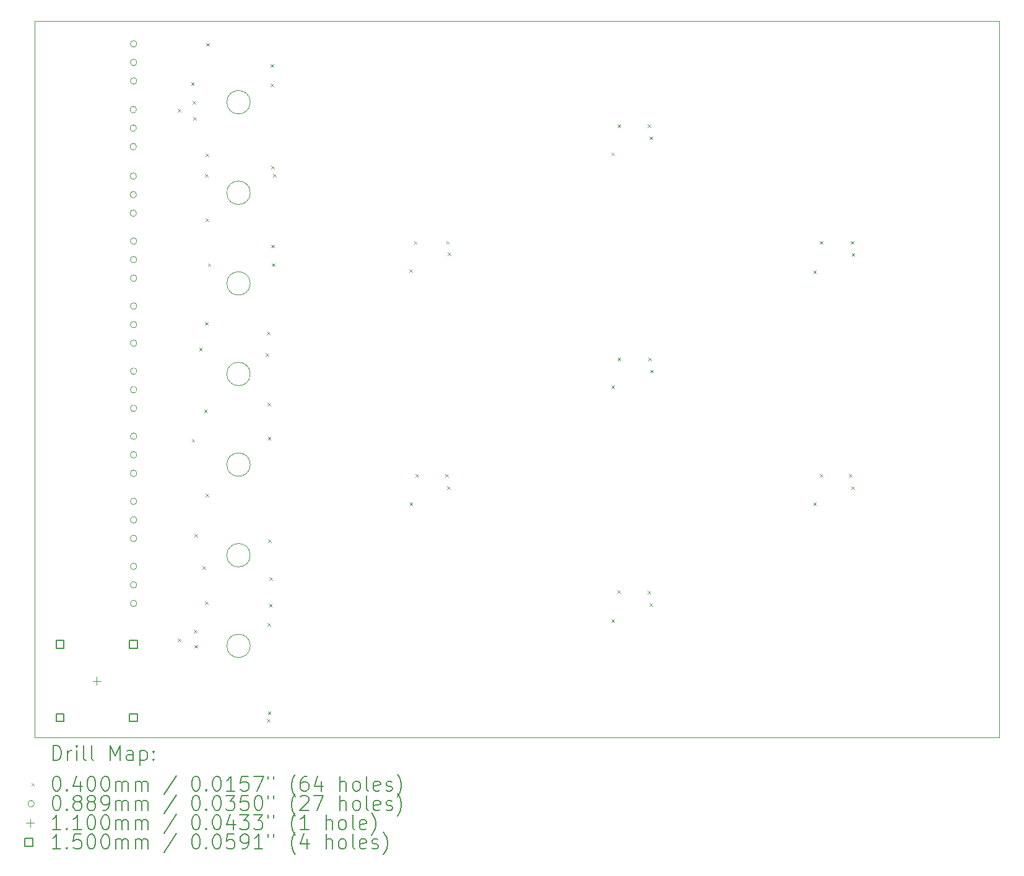
<source format=gbr>
%TF.GenerationSoftware,KiCad,Pcbnew,(6.0.8-1)-1*%
%TF.CreationDate,2023-03-28T15:46:59-04:00*%
%TF.ProjectId,Untitled,556e7469-746c-4656-942e-6b696361645f,rev?*%
%TF.SameCoordinates,Original*%
%TF.FileFunction,Drillmap*%
%TF.FilePolarity,Positive*%
%FSLAX45Y45*%
G04 Gerber Fmt 4.5, Leading zero omitted, Abs format (unit mm)*
G04 Created by KiCad (PCBNEW (6.0.8-1)-1) date 2023-03-28 15:46:59*
%MOMM*%
%LPD*%
G01*
G04 APERTURE LIST*
%ADD10C,0.100000*%
%ADD11C,0.200000*%
%ADD12C,0.040000*%
%ADD13C,0.088900*%
%ADD14C,0.110000*%
%ADD15C,0.150000*%
G04 APERTURE END LIST*
D10*
X7520000Y-5640000D02*
G75*
G03*
X7520000Y-5640000I-160000J0D01*
G01*
X7520000Y-11840000D02*
G75*
G03*
X7520000Y-11840000I-160000J0D01*
G01*
X7520000Y-10600000D02*
G75*
G03*
X7520000Y-10600000I-160000J0D01*
G01*
X4572000Y-3292000D02*
X17764000Y-3292000D01*
X17764000Y-3292000D02*
X17764000Y-13091000D01*
X17764000Y-13091000D02*
X4572000Y-13091000D01*
X4572000Y-13091000D02*
X4572000Y-3292000D01*
X7520000Y-6880000D02*
G75*
G03*
X7520000Y-6880000I-160000J0D01*
G01*
X7520000Y-8120000D02*
G75*
G03*
X7520000Y-8120000I-160000J0D01*
G01*
X7520000Y-9360000D02*
G75*
G03*
X7520000Y-9360000I-160000J0D01*
G01*
X7520000Y-4400000D02*
G75*
G03*
X7520000Y-4400000I-160000J0D01*
G01*
D11*
D12*
X6530000Y-4490000D02*
X6570000Y-4530000D01*
X6570000Y-4490000D02*
X6530000Y-4530000D01*
X6530000Y-11740000D02*
X6570000Y-11780000D01*
X6570000Y-11740000D02*
X6530000Y-11780000D01*
X6710000Y-4130000D02*
X6750000Y-4170000D01*
X6750000Y-4130000D02*
X6710000Y-4170000D01*
X6720000Y-9010000D02*
X6760000Y-9050000D01*
X6760000Y-9010000D02*
X6720000Y-9050000D01*
X6730000Y-4380000D02*
X6770000Y-4420000D01*
X6770000Y-4380000D02*
X6730000Y-4420000D01*
X6740000Y-4600000D02*
X6780000Y-4640000D01*
X6780000Y-4600000D02*
X6740000Y-4640000D01*
X6750000Y-11620000D02*
X6790000Y-11660000D01*
X6790000Y-11620000D02*
X6750000Y-11660000D01*
X6760000Y-10310000D02*
X6800000Y-10350000D01*
X6800000Y-10310000D02*
X6760000Y-10350000D01*
X6760000Y-11830000D02*
X6800000Y-11870000D01*
X6800000Y-11830000D02*
X6760000Y-11870000D01*
X6820000Y-7760000D02*
X6860000Y-7800000D01*
X6860000Y-7760000D02*
X6820000Y-7800000D01*
X6870000Y-10750000D02*
X6910000Y-10790000D01*
X6910000Y-10750000D02*
X6870000Y-10790000D01*
X6890000Y-8610000D02*
X6930000Y-8650000D01*
X6930000Y-8610000D02*
X6890000Y-8650000D01*
X6900000Y-5380000D02*
X6940000Y-5420000D01*
X6940000Y-5380000D02*
X6900000Y-5420000D01*
X6900000Y-7410000D02*
X6940000Y-7450000D01*
X6940000Y-7410000D02*
X6900000Y-7450000D01*
X6900000Y-11230000D02*
X6940000Y-11270000D01*
X6940000Y-11230000D02*
X6900000Y-11270000D01*
X6910000Y-5100000D02*
X6950000Y-5140000D01*
X6950000Y-5100000D02*
X6910000Y-5140000D01*
X6910000Y-5990000D02*
X6950000Y-6030000D01*
X6950000Y-5990000D02*
X6910000Y-6030000D01*
X6910000Y-9760000D02*
X6950000Y-9800000D01*
X6950000Y-9760000D02*
X6910000Y-9800000D01*
X6920000Y-3590000D02*
X6960000Y-3630000D01*
X6960000Y-3590000D02*
X6920000Y-3630000D01*
X6940000Y-6605179D02*
X6980000Y-6645179D01*
X6980000Y-6605179D02*
X6940000Y-6645179D01*
X7734107Y-7835893D02*
X7774107Y-7875893D01*
X7774107Y-7835893D02*
X7734107Y-7875893D01*
X7750000Y-7540000D02*
X7790000Y-7580000D01*
X7790000Y-7540000D02*
X7750000Y-7580000D01*
X7750000Y-12840000D02*
X7790000Y-12880000D01*
X7790000Y-12840000D02*
X7750000Y-12880000D01*
X7754011Y-8515989D02*
X7794011Y-8555989D01*
X7794011Y-8515989D02*
X7754011Y-8555989D01*
X7759000Y-11531000D02*
X7799000Y-11571000D01*
X7799000Y-11531000D02*
X7759000Y-11571000D01*
X7760000Y-8980000D02*
X7800000Y-9020000D01*
X7800000Y-8980000D02*
X7760000Y-9020000D01*
X7760000Y-12740000D02*
X7800000Y-12780000D01*
X7800000Y-12740000D02*
X7760000Y-12780000D01*
X7765000Y-10385000D02*
X7805000Y-10425000D01*
X7805000Y-10385000D02*
X7765000Y-10425000D01*
X7776965Y-11263035D02*
X7816965Y-11303035D01*
X7816965Y-11263035D02*
X7776965Y-11303035D01*
X7780000Y-10900000D02*
X7820000Y-10940000D01*
X7820000Y-10900000D02*
X7780000Y-10940000D01*
X7797000Y-4143000D02*
X7837000Y-4183000D01*
X7837000Y-4143000D02*
X7797000Y-4183000D01*
X7800000Y-3880000D02*
X7840000Y-3920000D01*
X7840000Y-3880000D02*
X7800000Y-3920000D01*
X7808821Y-6351179D02*
X7848821Y-6391179D01*
X7848821Y-6351179D02*
X7808821Y-6391179D01*
X7810000Y-5270000D02*
X7850000Y-5310000D01*
X7850000Y-5270000D02*
X7810000Y-5310000D01*
X7814821Y-6605179D02*
X7854821Y-6645179D01*
X7854821Y-6605179D02*
X7814821Y-6645179D01*
X7830000Y-5380000D02*
X7870000Y-5420000D01*
X7870000Y-5380000D02*
X7830000Y-5420000D01*
X9694000Y-6686000D02*
X9734000Y-6726000D01*
X9734000Y-6686000D02*
X9694000Y-6726000D01*
X9700000Y-9880000D02*
X9740000Y-9920000D01*
X9740000Y-9880000D02*
X9700000Y-9920000D01*
X9760000Y-6300000D02*
X9800000Y-6340000D01*
X9800000Y-6300000D02*
X9760000Y-6340000D01*
X9779000Y-9491000D02*
X9819000Y-9531000D01*
X9819000Y-9491000D02*
X9779000Y-9531000D01*
X10189000Y-9491000D02*
X10229000Y-9531000D01*
X10229000Y-9491000D02*
X10189000Y-9531000D01*
X10200000Y-6300000D02*
X10240000Y-6340000D01*
X10240000Y-6300000D02*
X10200000Y-6340000D01*
X10213000Y-9657000D02*
X10253000Y-9697000D01*
X10253000Y-9657000D02*
X10213000Y-9697000D01*
X10220000Y-6460000D02*
X10260000Y-6500000D01*
X10260000Y-6460000D02*
X10220000Y-6500000D01*
X12460000Y-5090000D02*
X12500000Y-5130000D01*
X12500000Y-5090000D02*
X12460000Y-5130000D01*
X12460000Y-8280000D02*
X12500000Y-8320000D01*
X12500000Y-8280000D02*
X12460000Y-8320000D01*
X12460000Y-11480000D02*
X12500000Y-11520000D01*
X12500000Y-11480000D02*
X12460000Y-11520000D01*
X12540000Y-11080000D02*
X12580000Y-11120000D01*
X12580000Y-11080000D02*
X12540000Y-11120000D01*
X12544000Y-7896000D02*
X12584000Y-7936000D01*
X12584000Y-7896000D02*
X12544000Y-7936000D01*
X12545000Y-4705000D02*
X12585000Y-4745000D01*
X12585000Y-4705000D02*
X12545000Y-4745000D01*
X12953000Y-11087000D02*
X12993000Y-11127000D01*
X12993000Y-11087000D02*
X12953000Y-11127000D01*
X12955000Y-4705000D02*
X12995000Y-4745000D01*
X12995000Y-4705000D02*
X12955000Y-4745000D01*
X12964000Y-7896000D02*
X13004000Y-7936000D01*
X13004000Y-7896000D02*
X12964000Y-7936000D01*
X12980000Y-4870000D02*
X13020000Y-4910000D01*
X13020000Y-4870000D02*
X12980000Y-4910000D01*
X12980000Y-11260000D02*
X13020000Y-11300000D01*
X13020000Y-11260000D02*
X12980000Y-11300000D01*
X12988000Y-8062000D02*
X13028000Y-8102000D01*
X13028000Y-8062000D02*
X12988000Y-8102000D01*
X15220000Y-6700000D02*
X15260000Y-6740000D01*
X15260000Y-6700000D02*
X15220000Y-6740000D01*
X15220000Y-9880000D02*
X15260000Y-9920000D01*
X15260000Y-9880000D02*
X15220000Y-9920000D01*
X15309000Y-9491000D02*
X15349000Y-9531000D01*
X15349000Y-9491000D02*
X15309000Y-9531000D01*
X15310000Y-6300000D02*
X15350000Y-6340000D01*
X15350000Y-6300000D02*
X15310000Y-6340000D01*
X15709000Y-9491000D02*
X15749000Y-9531000D01*
X15749000Y-9491000D02*
X15709000Y-9531000D01*
X15730000Y-6300000D02*
X15770000Y-6340000D01*
X15770000Y-6300000D02*
X15730000Y-6340000D01*
X15743000Y-9657000D02*
X15783000Y-9697000D01*
X15783000Y-9657000D02*
X15743000Y-9697000D01*
X15744000Y-6466000D02*
X15784000Y-6506000D01*
X15784000Y-6466000D02*
X15744000Y-6506000D01*
D13*
X5964450Y-4500000D02*
G75*
G03*
X5964450Y-4500000I-44450J0D01*
G01*
X5964450Y-4754000D02*
G75*
G03*
X5964450Y-4754000I-44450J0D01*
G01*
X5964450Y-5008000D02*
G75*
G03*
X5964450Y-5008000I-44450J0D01*
G01*
X5964450Y-5412000D02*
G75*
G03*
X5964450Y-5412000I-44450J0D01*
G01*
X5964450Y-5666000D02*
G75*
G03*
X5964450Y-5666000I-44450J0D01*
G01*
X5964450Y-5920000D02*
G75*
G03*
X5964450Y-5920000I-44450J0D01*
G01*
X5969460Y-3602000D02*
G75*
G03*
X5969460Y-3602000I-44450J0D01*
G01*
X5969460Y-3856000D02*
G75*
G03*
X5969460Y-3856000I-44450J0D01*
G01*
X5969460Y-4110000D02*
G75*
G03*
X5969460Y-4110000I-44450J0D01*
G01*
X5969460Y-6301250D02*
G75*
G03*
X5969460Y-6301250I-44450J0D01*
G01*
X5969460Y-6555250D02*
G75*
G03*
X5969460Y-6555250I-44450J0D01*
G01*
X5969460Y-6809250D02*
G75*
G03*
X5969460Y-6809250I-44450J0D01*
G01*
X5969460Y-7190750D02*
G75*
G03*
X5969460Y-7190750I-44450J0D01*
G01*
X5969460Y-7444750D02*
G75*
G03*
X5969460Y-7444750I-44450J0D01*
G01*
X5969460Y-7698750D02*
G75*
G03*
X5969460Y-7698750I-44450J0D01*
G01*
X5969460Y-8081250D02*
G75*
G03*
X5969460Y-8081250I-44450J0D01*
G01*
X5969460Y-8335250D02*
G75*
G03*
X5969460Y-8335250I-44450J0D01*
G01*
X5969460Y-8589250D02*
G75*
G03*
X5969460Y-8589250I-44450J0D01*
G01*
X5969460Y-8970750D02*
G75*
G03*
X5969460Y-8970750I-44450J0D01*
G01*
X5969460Y-9224750D02*
G75*
G03*
X5969460Y-9224750I-44450J0D01*
G01*
X5969460Y-9478750D02*
G75*
G03*
X5969460Y-9478750I-44450J0D01*
G01*
X5969460Y-9861250D02*
G75*
G03*
X5969460Y-9861250I-44450J0D01*
G01*
X5969460Y-10115250D02*
G75*
G03*
X5969460Y-10115250I-44450J0D01*
G01*
X5969460Y-10369250D02*
G75*
G03*
X5969460Y-10369250I-44450J0D01*
G01*
X5969460Y-10750750D02*
G75*
G03*
X5969460Y-10750750I-44450J0D01*
G01*
X5969460Y-11004750D02*
G75*
G03*
X5969460Y-11004750I-44450J0D01*
G01*
X5969460Y-11258750D02*
G75*
G03*
X5969460Y-11258750I-44450J0D01*
G01*
D14*
X5420000Y-12265000D02*
X5420000Y-12375000D01*
X5365000Y-12320000D02*
X5475000Y-12320000D01*
D15*
X4970534Y-11870533D02*
X4970534Y-11764466D01*
X4864467Y-11764466D01*
X4864467Y-11870533D01*
X4970534Y-11870533D01*
X4970534Y-12875533D02*
X4970534Y-12769466D01*
X4864467Y-12769466D01*
X4864467Y-12875533D01*
X4970534Y-12875533D01*
X5975533Y-11870533D02*
X5975533Y-11764466D01*
X5869466Y-11764466D01*
X5869466Y-11870533D01*
X5975533Y-11870533D01*
X5975533Y-12875533D02*
X5975533Y-12769466D01*
X5869466Y-12769466D01*
X5869466Y-12875533D01*
X5975533Y-12875533D01*
D11*
X4824619Y-13406476D02*
X4824619Y-13206476D01*
X4872238Y-13206476D01*
X4900810Y-13216000D01*
X4919857Y-13235048D01*
X4929381Y-13254095D01*
X4938905Y-13292190D01*
X4938905Y-13320762D01*
X4929381Y-13358857D01*
X4919857Y-13377905D01*
X4900810Y-13396952D01*
X4872238Y-13406476D01*
X4824619Y-13406476D01*
X5024619Y-13406476D02*
X5024619Y-13273143D01*
X5024619Y-13311238D02*
X5034143Y-13292190D01*
X5043667Y-13282667D01*
X5062714Y-13273143D01*
X5081762Y-13273143D01*
X5148429Y-13406476D02*
X5148429Y-13273143D01*
X5148429Y-13206476D02*
X5138905Y-13216000D01*
X5148429Y-13225524D01*
X5157952Y-13216000D01*
X5148429Y-13206476D01*
X5148429Y-13225524D01*
X5272238Y-13406476D02*
X5253190Y-13396952D01*
X5243667Y-13377905D01*
X5243667Y-13206476D01*
X5377000Y-13406476D02*
X5357952Y-13396952D01*
X5348429Y-13377905D01*
X5348429Y-13206476D01*
X5605571Y-13406476D02*
X5605571Y-13206476D01*
X5672238Y-13349333D01*
X5738905Y-13206476D01*
X5738905Y-13406476D01*
X5919857Y-13406476D02*
X5919857Y-13301714D01*
X5910333Y-13282667D01*
X5891286Y-13273143D01*
X5853190Y-13273143D01*
X5834143Y-13282667D01*
X5919857Y-13396952D02*
X5900809Y-13406476D01*
X5853190Y-13406476D01*
X5834143Y-13396952D01*
X5824619Y-13377905D01*
X5824619Y-13358857D01*
X5834143Y-13339809D01*
X5853190Y-13330286D01*
X5900809Y-13330286D01*
X5919857Y-13320762D01*
X6015095Y-13273143D02*
X6015095Y-13473143D01*
X6015095Y-13282667D02*
X6034143Y-13273143D01*
X6072238Y-13273143D01*
X6091286Y-13282667D01*
X6100809Y-13292190D01*
X6110333Y-13311238D01*
X6110333Y-13368381D01*
X6100809Y-13387428D01*
X6091286Y-13396952D01*
X6072238Y-13406476D01*
X6034143Y-13406476D01*
X6015095Y-13396952D01*
X6196048Y-13387428D02*
X6205571Y-13396952D01*
X6196048Y-13406476D01*
X6186524Y-13396952D01*
X6196048Y-13387428D01*
X6196048Y-13406476D01*
X6196048Y-13282667D02*
X6205571Y-13292190D01*
X6196048Y-13301714D01*
X6186524Y-13292190D01*
X6196048Y-13282667D01*
X6196048Y-13301714D01*
D12*
X4527000Y-13716000D02*
X4567000Y-13756000D01*
X4567000Y-13716000D02*
X4527000Y-13756000D01*
D11*
X4862714Y-13626476D02*
X4881762Y-13626476D01*
X4900810Y-13636000D01*
X4910333Y-13645524D01*
X4919857Y-13664571D01*
X4929381Y-13702667D01*
X4929381Y-13750286D01*
X4919857Y-13788381D01*
X4910333Y-13807428D01*
X4900810Y-13816952D01*
X4881762Y-13826476D01*
X4862714Y-13826476D01*
X4843667Y-13816952D01*
X4834143Y-13807428D01*
X4824619Y-13788381D01*
X4815095Y-13750286D01*
X4815095Y-13702667D01*
X4824619Y-13664571D01*
X4834143Y-13645524D01*
X4843667Y-13636000D01*
X4862714Y-13626476D01*
X5015095Y-13807428D02*
X5024619Y-13816952D01*
X5015095Y-13826476D01*
X5005571Y-13816952D01*
X5015095Y-13807428D01*
X5015095Y-13826476D01*
X5196048Y-13693143D02*
X5196048Y-13826476D01*
X5148429Y-13616952D02*
X5100810Y-13759809D01*
X5224619Y-13759809D01*
X5338905Y-13626476D02*
X5357952Y-13626476D01*
X5377000Y-13636000D01*
X5386524Y-13645524D01*
X5396048Y-13664571D01*
X5405571Y-13702667D01*
X5405571Y-13750286D01*
X5396048Y-13788381D01*
X5386524Y-13807428D01*
X5377000Y-13816952D01*
X5357952Y-13826476D01*
X5338905Y-13826476D01*
X5319857Y-13816952D01*
X5310333Y-13807428D01*
X5300810Y-13788381D01*
X5291286Y-13750286D01*
X5291286Y-13702667D01*
X5300810Y-13664571D01*
X5310333Y-13645524D01*
X5319857Y-13636000D01*
X5338905Y-13626476D01*
X5529381Y-13626476D02*
X5548429Y-13626476D01*
X5567476Y-13636000D01*
X5577000Y-13645524D01*
X5586524Y-13664571D01*
X5596048Y-13702667D01*
X5596048Y-13750286D01*
X5586524Y-13788381D01*
X5577000Y-13807428D01*
X5567476Y-13816952D01*
X5548429Y-13826476D01*
X5529381Y-13826476D01*
X5510333Y-13816952D01*
X5500810Y-13807428D01*
X5491286Y-13788381D01*
X5481762Y-13750286D01*
X5481762Y-13702667D01*
X5491286Y-13664571D01*
X5500810Y-13645524D01*
X5510333Y-13636000D01*
X5529381Y-13626476D01*
X5681762Y-13826476D02*
X5681762Y-13693143D01*
X5681762Y-13712190D02*
X5691286Y-13702667D01*
X5710333Y-13693143D01*
X5738905Y-13693143D01*
X5757952Y-13702667D01*
X5767476Y-13721714D01*
X5767476Y-13826476D01*
X5767476Y-13721714D02*
X5777000Y-13702667D01*
X5796048Y-13693143D01*
X5824619Y-13693143D01*
X5843667Y-13702667D01*
X5853190Y-13721714D01*
X5853190Y-13826476D01*
X5948428Y-13826476D02*
X5948428Y-13693143D01*
X5948428Y-13712190D02*
X5957952Y-13702667D01*
X5977000Y-13693143D01*
X6005571Y-13693143D01*
X6024619Y-13702667D01*
X6034143Y-13721714D01*
X6034143Y-13826476D01*
X6034143Y-13721714D02*
X6043667Y-13702667D01*
X6062714Y-13693143D01*
X6091286Y-13693143D01*
X6110333Y-13702667D01*
X6119857Y-13721714D01*
X6119857Y-13826476D01*
X6510333Y-13616952D02*
X6338905Y-13874095D01*
X6767476Y-13626476D02*
X6786524Y-13626476D01*
X6805571Y-13636000D01*
X6815095Y-13645524D01*
X6824619Y-13664571D01*
X6834143Y-13702667D01*
X6834143Y-13750286D01*
X6824619Y-13788381D01*
X6815095Y-13807428D01*
X6805571Y-13816952D01*
X6786524Y-13826476D01*
X6767476Y-13826476D01*
X6748428Y-13816952D01*
X6738905Y-13807428D01*
X6729381Y-13788381D01*
X6719857Y-13750286D01*
X6719857Y-13702667D01*
X6729381Y-13664571D01*
X6738905Y-13645524D01*
X6748428Y-13636000D01*
X6767476Y-13626476D01*
X6919857Y-13807428D02*
X6929381Y-13816952D01*
X6919857Y-13826476D01*
X6910333Y-13816952D01*
X6919857Y-13807428D01*
X6919857Y-13826476D01*
X7053190Y-13626476D02*
X7072238Y-13626476D01*
X7091286Y-13636000D01*
X7100809Y-13645524D01*
X7110333Y-13664571D01*
X7119857Y-13702667D01*
X7119857Y-13750286D01*
X7110333Y-13788381D01*
X7100809Y-13807428D01*
X7091286Y-13816952D01*
X7072238Y-13826476D01*
X7053190Y-13826476D01*
X7034143Y-13816952D01*
X7024619Y-13807428D01*
X7015095Y-13788381D01*
X7005571Y-13750286D01*
X7005571Y-13702667D01*
X7015095Y-13664571D01*
X7024619Y-13645524D01*
X7034143Y-13636000D01*
X7053190Y-13626476D01*
X7310333Y-13826476D02*
X7196048Y-13826476D01*
X7253190Y-13826476D02*
X7253190Y-13626476D01*
X7234143Y-13655048D01*
X7215095Y-13674095D01*
X7196048Y-13683619D01*
X7491286Y-13626476D02*
X7396048Y-13626476D01*
X7386524Y-13721714D01*
X7396048Y-13712190D01*
X7415095Y-13702667D01*
X7462714Y-13702667D01*
X7481762Y-13712190D01*
X7491286Y-13721714D01*
X7500809Y-13740762D01*
X7500809Y-13788381D01*
X7491286Y-13807428D01*
X7481762Y-13816952D01*
X7462714Y-13826476D01*
X7415095Y-13826476D01*
X7396048Y-13816952D01*
X7386524Y-13807428D01*
X7567476Y-13626476D02*
X7700809Y-13626476D01*
X7615095Y-13826476D01*
X7767476Y-13626476D02*
X7767476Y-13664571D01*
X7843667Y-13626476D02*
X7843667Y-13664571D01*
X8138905Y-13902667D02*
X8129381Y-13893143D01*
X8110333Y-13864571D01*
X8100809Y-13845524D01*
X8091286Y-13816952D01*
X8081762Y-13769333D01*
X8081762Y-13731238D01*
X8091286Y-13683619D01*
X8100809Y-13655048D01*
X8110333Y-13636000D01*
X8129381Y-13607428D01*
X8138905Y-13597905D01*
X8300809Y-13626476D02*
X8262714Y-13626476D01*
X8243667Y-13636000D01*
X8234143Y-13645524D01*
X8215095Y-13674095D01*
X8205571Y-13712190D01*
X8205571Y-13788381D01*
X8215095Y-13807428D01*
X8224619Y-13816952D01*
X8243667Y-13826476D01*
X8281762Y-13826476D01*
X8300809Y-13816952D01*
X8310333Y-13807428D01*
X8319857Y-13788381D01*
X8319857Y-13740762D01*
X8310333Y-13721714D01*
X8300809Y-13712190D01*
X8281762Y-13702667D01*
X8243667Y-13702667D01*
X8224619Y-13712190D01*
X8215095Y-13721714D01*
X8205571Y-13740762D01*
X8491286Y-13693143D02*
X8491286Y-13826476D01*
X8443667Y-13616952D02*
X8396048Y-13759809D01*
X8519857Y-13759809D01*
X8748429Y-13826476D02*
X8748429Y-13626476D01*
X8834143Y-13826476D02*
X8834143Y-13721714D01*
X8824619Y-13702667D01*
X8805571Y-13693143D01*
X8777000Y-13693143D01*
X8757952Y-13702667D01*
X8748429Y-13712190D01*
X8957952Y-13826476D02*
X8938905Y-13816952D01*
X8929381Y-13807428D01*
X8919857Y-13788381D01*
X8919857Y-13731238D01*
X8929381Y-13712190D01*
X8938905Y-13702667D01*
X8957952Y-13693143D01*
X8986524Y-13693143D01*
X9005571Y-13702667D01*
X9015095Y-13712190D01*
X9024619Y-13731238D01*
X9024619Y-13788381D01*
X9015095Y-13807428D01*
X9005571Y-13816952D01*
X8986524Y-13826476D01*
X8957952Y-13826476D01*
X9138905Y-13826476D02*
X9119857Y-13816952D01*
X9110333Y-13797905D01*
X9110333Y-13626476D01*
X9291286Y-13816952D02*
X9272238Y-13826476D01*
X9234143Y-13826476D01*
X9215095Y-13816952D01*
X9205571Y-13797905D01*
X9205571Y-13721714D01*
X9215095Y-13702667D01*
X9234143Y-13693143D01*
X9272238Y-13693143D01*
X9291286Y-13702667D01*
X9300810Y-13721714D01*
X9300810Y-13740762D01*
X9205571Y-13759809D01*
X9377000Y-13816952D02*
X9396048Y-13826476D01*
X9434143Y-13826476D01*
X9453190Y-13816952D01*
X9462714Y-13797905D01*
X9462714Y-13788381D01*
X9453190Y-13769333D01*
X9434143Y-13759809D01*
X9405571Y-13759809D01*
X9386524Y-13750286D01*
X9377000Y-13731238D01*
X9377000Y-13721714D01*
X9386524Y-13702667D01*
X9405571Y-13693143D01*
X9434143Y-13693143D01*
X9453190Y-13702667D01*
X9529381Y-13902667D02*
X9538905Y-13893143D01*
X9557952Y-13864571D01*
X9567476Y-13845524D01*
X9577000Y-13816952D01*
X9586524Y-13769333D01*
X9586524Y-13731238D01*
X9577000Y-13683619D01*
X9567476Y-13655048D01*
X9557952Y-13636000D01*
X9538905Y-13607428D01*
X9529381Y-13597905D01*
D13*
X4567000Y-14000000D02*
G75*
G03*
X4567000Y-14000000I-44450J0D01*
G01*
D11*
X4862714Y-13890476D02*
X4881762Y-13890476D01*
X4900810Y-13900000D01*
X4910333Y-13909524D01*
X4919857Y-13928571D01*
X4929381Y-13966667D01*
X4929381Y-14014286D01*
X4919857Y-14052381D01*
X4910333Y-14071428D01*
X4900810Y-14080952D01*
X4881762Y-14090476D01*
X4862714Y-14090476D01*
X4843667Y-14080952D01*
X4834143Y-14071428D01*
X4824619Y-14052381D01*
X4815095Y-14014286D01*
X4815095Y-13966667D01*
X4824619Y-13928571D01*
X4834143Y-13909524D01*
X4843667Y-13900000D01*
X4862714Y-13890476D01*
X5015095Y-14071428D02*
X5024619Y-14080952D01*
X5015095Y-14090476D01*
X5005571Y-14080952D01*
X5015095Y-14071428D01*
X5015095Y-14090476D01*
X5138905Y-13976190D02*
X5119857Y-13966667D01*
X5110333Y-13957143D01*
X5100810Y-13938095D01*
X5100810Y-13928571D01*
X5110333Y-13909524D01*
X5119857Y-13900000D01*
X5138905Y-13890476D01*
X5177000Y-13890476D01*
X5196048Y-13900000D01*
X5205571Y-13909524D01*
X5215095Y-13928571D01*
X5215095Y-13938095D01*
X5205571Y-13957143D01*
X5196048Y-13966667D01*
X5177000Y-13976190D01*
X5138905Y-13976190D01*
X5119857Y-13985714D01*
X5110333Y-13995238D01*
X5100810Y-14014286D01*
X5100810Y-14052381D01*
X5110333Y-14071428D01*
X5119857Y-14080952D01*
X5138905Y-14090476D01*
X5177000Y-14090476D01*
X5196048Y-14080952D01*
X5205571Y-14071428D01*
X5215095Y-14052381D01*
X5215095Y-14014286D01*
X5205571Y-13995238D01*
X5196048Y-13985714D01*
X5177000Y-13976190D01*
X5329381Y-13976190D02*
X5310333Y-13966667D01*
X5300810Y-13957143D01*
X5291286Y-13938095D01*
X5291286Y-13928571D01*
X5300810Y-13909524D01*
X5310333Y-13900000D01*
X5329381Y-13890476D01*
X5367476Y-13890476D01*
X5386524Y-13900000D01*
X5396048Y-13909524D01*
X5405571Y-13928571D01*
X5405571Y-13938095D01*
X5396048Y-13957143D01*
X5386524Y-13966667D01*
X5367476Y-13976190D01*
X5329381Y-13976190D01*
X5310333Y-13985714D01*
X5300810Y-13995238D01*
X5291286Y-14014286D01*
X5291286Y-14052381D01*
X5300810Y-14071428D01*
X5310333Y-14080952D01*
X5329381Y-14090476D01*
X5367476Y-14090476D01*
X5386524Y-14080952D01*
X5396048Y-14071428D01*
X5405571Y-14052381D01*
X5405571Y-14014286D01*
X5396048Y-13995238D01*
X5386524Y-13985714D01*
X5367476Y-13976190D01*
X5500810Y-14090476D02*
X5538905Y-14090476D01*
X5557952Y-14080952D01*
X5567476Y-14071428D01*
X5586524Y-14042857D01*
X5596048Y-14004762D01*
X5596048Y-13928571D01*
X5586524Y-13909524D01*
X5577000Y-13900000D01*
X5557952Y-13890476D01*
X5519857Y-13890476D01*
X5500810Y-13900000D01*
X5491286Y-13909524D01*
X5481762Y-13928571D01*
X5481762Y-13976190D01*
X5491286Y-13995238D01*
X5500810Y-14004762D01*
X5519857Y-14014286D01*
X5557952Y-14014286D01*
X5577000Y-14004762D01*
X5586524Y-13995238D01*
X5596048Y-13976190D01*
X5681762Y-14090476D02*
X5681762Y-13957143D01*
X5681762Y-13976190D02*
X5691286Y-13966667D01*
X5710333Y-13957143D01*
X5738905Y-13957143D01*
X5757952Y-13966667D01*
X5767476Y-13985714D01*
X5767476Y-14090476D01*
X5767476Y-13985714D02*
X5777000Y-13966667D01*
X5796048Y-13957143D01*
X5824619Y-13957143D01*
X5843667Y-13966667D01*
X5853190Y-13985714D01*
X5853190Y-14090476D01*
X5948428Y-14090476D02*
X5948428Y-13957143D01*
X5948428Y-13976190D02*
X5957952Y-13966667D01*
X5977000Y-13957143D01*
X6005571Y-13957143D01*
X6024619Y-13966667D01*
X6034143Y-13985714D01*
X6034143Y-14090476D01*
X6034143Y-13985714D02*
X6043667Y-13966667D01*
X6062714Y-13957143D01*
X6091286Y-13957143D01*
X6110333Y-13966667D01*
X6119857Y-13985714D01*
X6119857Y-14090476D01*
X6510333Y-13880952D02*
X6338905Y-14138095D01*
X6767476Y-13890476D02*
X6786524Y-13890476D01*
X6805571Y-13900000D01*
X6815095Y-13909524D01*
X6824619Y-13928571D01*
X6834143Y-13966667D01*
X6834143Y-14014286D01*
X6824619Y-14052381D01*
X6815095Y-14071428D01*
X6805571Y-14080952D01*
X6786524Y-14090476D01*
X6767476Y-14090476D01*
X6748428Y-14080952D01*
X6738905Y-14071428D01*
X6729381Y-14052381D01*
X6719857Y-14014286D01*
X6719857Y-13966667D01*
X6729381Y-13928571D01*
X6738905Y-13909524D01*
X6748428Y-13900000D01*
X6767476Y-13890476D01*
X6919857Y-14071428D02*
X6929381Y-14080952D01*
X6919857Y-14090476D01*
X6910333Y-14080952D01*
X6919857Y-14071428D01*
X6919857Y-14090476D01*
X7053190Y-13890476D02*
X7072238Y-13890476D01*
X7091286Y-13900000D01*
X7100809Y-13909524D01*
X7110333Y-13928571D01*
X7119857Y-13966667D01*
X7119857Y-14014286D01*
X7110333Y-14052381D01*
X7100809Y-14071428D01*
X7091286Y-14080952D01*
X7072238Y-14090476D01*
X7053190Y-14090476D01*
X7034143Y-14080952D01*
X7024619Y-14071428D01*
X7015095Y-14052381D01*
X7005571Y-14014286D01*
X7005571Y-13966667D01*
X7015095Y-13928571D01*
X7024619Y-13909524D01*
X7034143Y-13900000D01*
X7053190Y-13890476D01*
X7186524Y-13890476D02*
X7310333Y-13890476D01*
X7243667Y-13966667D01*
X7272238Y-13966667D01*
X7291286Y-13976190D01*
X7300809Y-13985714D01*
X7310333Y-14004762D01*
X7310333Y-14052381D01*
X7300809Y-14071428D01*
X7291286Y-14080952D01*
X7272238Y-14090476D01*
X7215095Y-14090476D01*
X7196048Y-14080952D01*
X7186524Y-14071428D01*
X7491286Y-13890476D02*
X7396048Y-13890476D01*
X7386524Y-13985714D01*
X7396048Y-13976190D01*
X7415095Y-13966667D01*
X7462714Y-13966667D01*
X7481762Y-13976190D01*
X7491286Y-13985714D01*
X7500809Y-14004762D01*
X7500809Y-14052381D01*
X7491286Y-14071428D01*
X7481762Y-14080952D01*
X7462714Y-14090476D01*
X7415095Y-14090476D01*
X7396048Y-14080952D01*
X7386524Y-14071428D01*
X7624619Y-13890476D02*
X7643667Y-13890476D01*
X7662714Y-13900000D01*
X7672238Y-13909524D01*
X7681762Y-13928571D01*
X7691286Y-13966667D01*
X7691286Y-14014286D01*
X7681762Y-14052381D01*
X7672238Y-14071428D01*
X7662714Y-14080952D01*
X7643667Y-14090476D01*
X7624619Y-14090476D01*
X7605571Y-14080952D01*
X7596048Y-14071428D01*
X7586524Y-14052381D01*
X7577000Y-14014286D01*
X7577000Y-13966667D01*
X7586524Y-13928571D01*
X7596048Y-13909524D01*
X7605571Y-13900000D01*
X7624619Y-13890476D01*
X7767476Y-13890476D02*
X7767476Y-13928571D01*
X7843667Y-13890476D02*
X7843667Y-13928571D01*
X8138905Y-14166667D02*
X8129381Y-14157143D01*
X8110333Y-14128571D01*
X8100809Y-14109524D01*
X8091286Y-14080952D01*
X8081762Y-14033333D01*
X8081762Y-13995238D01*
X8091286Y-13947619D01*
X8100809Y-13919048D01*
X8110333Y-13900000D01*
X8129381Y-13871428D01*
X8138905Y-13861905D01*
X8205571Y-13909524D02*
X8215095Y-13900000D01*
X8234143Y-13890476D01*
X8281762Y-13890476D01*
X8300809Y-13900000D01*
X8310333Y-13909524D01*
X8319857Y-13928571D01*
X8319857Y-13947619D01*
X8310333Y-13976190D01*
X8196048Y-14090476D01*
X8319857Y-14090476D01*
X8386524Y-13890476D02*
X8519857Y-13890476D01*
X8434143Y-14090476D01*
X8748429Y-14090476D02*
X8748429Y-13890476D01*
X8834143Y-14090476D02*
X8834143Y-13985714D01*
X8824619Y-13966667D01*
X8805571Y-13957143D01*
X8777000Y-13957143D01*
X8757952Y-13966667D01*
X8748429Y-13976190D01*
X8957952Y-14090476D02*
X8938905Y-14080952D01*
X8929381Y-14071428D01*
X8919857Y-14052381D01*
X8919857Y-13995238D01*
X8929381Y-13976190D01*
X8938905Y-13966667D01*
X8957952Y-13957143D01*
X8986524Y-13957143D01*
X9005571Y-13966667D01*
X9015095Y-13976190D01*
X9024619Y-13995238D01*
X9024619Y-14052381D01*
X9015095Y-14071428D01*
X9005571Y-14080952D01*
X8986524Y-14090476D01*
X8957952Y-14090476D01*
X9138905Y-14090476D02*
X9119857Y-14080952D01*
X9110333Y-14061905D01*
X9110333Y-13890476D01*
X9291286Y-14080952D02*
X9272238Y-14090476D01*
X9234143Y-14090476D01*
X9215095Y-14080952D01*
X9205571Y-14061905D01*
X9205571Y-13985714D01*
X9215095Y-13966667D01*
X9234143Y-13957143D01*
X9272238Y-13957143D01*
X9291286Y-13966667D01*
X9300810Y-13985714D01*
X9300810Y-14004762D01*
X9205571Y-14023809D01*
X9377000Y-14080952D02*
X9396048Y-14090476D01*
X9434143Y-14090476D01*
X9453190Y-14080952D01*
X9462714Y-14061905D01*
X9462714Y-14052381D01*
X9453190Y-14033333D01*
X9434143Y-14023809D01*
X9405571Y-14023809D01*
X9386524Y-14014286D01*
X9377000Y-13995238D01*
X9377000Y-13985714D01*
X9386524Y-13966667D01*
X9405571Y-13957143D01*
X9434143Y-13957143D01*
X9453190Y-13966667D01*
X9529381Y-14166667D02*
X9538905Y-14157143D01*
X9557952Y-14128571D01*
X9567476Y-14109524D01*
X9577000Y-14080952D01*
X9586524Y-14033333D01*
X9586524Y-13995238D01*
X9577000Y-13947619D01*
X9567476Y-13919048D01*
X9557952Y-13900000D01*
X9538905Y-13871428D01*
X9529381Y-13861905D01*
D14*
X4512000Y-14209000D02*
X4512000Y-14319000D01*
X4457000Y-14264000D02*
X4567000Y-14264000D01*
D11*
X4929381Y-14354476D02*
X4815095Y-14354476D01*
X4872238Y-14354476D02*
X4872238Y-14154476D01*
X4853190Y-14183048D01*
X4834143Y-14202095D01*
X4815095Y-14211619D01*
X5015095Y-14335428D02*
X5024619Y-14344952D01*
X5015095Y-14354476D01*
X5005571Y-14344952D01*
X5015095Y-14335428D01*
X5015095Y-14354476D01*
X5215095Y-14354476D02*
X5100810Y-14354476D01*
X5157952Y-14354476D02*
X5157952Y-14154476D01*
X5138905Y-14183048D01*
X5119857Y-14202095D01*
X5100810Y-14211619D01*
X5338905Y-14154476D02*
X5357952Y-14154476D01*
X5377000Y-14164000D01*
X5386524Y-14173524D01*
X5396048Y-14192571D01*
X5405571Y-14230667D01*
X5405571Y-14278286D01*
X5396048Y-14316381D01*
X5386524Y-14335428D01*
X5377000Y-14344952D01*
X5357952Y-14354476D01*
X5338905Y-14354476D01*
X5319857Y-14344952D01*
X5310333Y-14335428D01*
X5300810Y-14316381D01*
X5291286Y-14278286D01*
X5291286Y-14230667D01*
X5300810Y-14192571D01*
X5310333Y-14173524D01*
X5319857Y-14164000D01*
X5338905Y-14154476D01*
X5529381Y-14154476D02*
X5548429Y-14154476D01*
X5567476Y-14164000D01*
X5577000Y-14173524D01*
X5586524Y-14192571D01*
X5596048Y-14230667D01*
X5596048Y-14278286D01*
X5586524Y-14316381D01*
X5577000Y-14335428D01*
X5567476Y-14344952D01*
X5548429Y-14354476D01*
X5529381Y-14354476D01*
X5510333Y-14344952D01*
X5500810Y-14335428D01*
X5491286Y-14316381D01*
X5481762Y-14278286D01*
X5481762Y-14230667D01*
X5491286Y-14192571D01*
X5500810Y-14173524D01*
X5510333Y-14164000D01*
X5529381Y-14154476D01*
X5681762Y-14354476D02*
X5681762Y-14221143D01*
X5681762Y-14240190D02*
X5691286Y-14230667D01*
X5710333Y-14221143D01*
X5738905Y-14221143D01*
X5757952Y-14230667D01*
X5767476Y-14249714D01*
X5767476Y-14354476D01*
X5767476Y-14249714D02*
X5777000Y-14230667D01*
X5796048Y-14221143D01*
X5824619Y-14221143D01*
X5843667Y-14230667D01*
X5853190Y-14249714D01*
X5853190Y-14354476D01*
X5948428Y-14354476D02*
X5948428Y-14221143D01*
X5948428Y-14240190D02*
X5957952Y-14230667D01*
X5977000Y-14221143D01*
X6005571Y-14221143D01*
X6024619Y-14230667D01*
X6034143Y-14249714D01*
X6034143Y-14354476D01*
X6034143Y-14249714D02*
X6043667Y-14230667D01*
X6062714Y-14221143D01*
X6091286Y-14221143D01*
X6110333Y-14230667D01*
X6119857Y-14249714D01*
X6119857Y-14354476D01*
X6510333Y-14144952D02*
X6338905Y-14402095D01*
X6767476Y-14154476D02*
X6786524Y-14154476D01*
X6805571Y-14164000D01*
X6815095Y-14173524D01*
X6824619Y-14192571D01*
X6834143Y-14230667D01*
X6834143Y-14278286D01*
X6824619Y-14316381D01*
X6815095Y-14335428D01*
X6805571Y-14344952D01*
X6786524Y-14354476D01*
X6767476Y-14354476D01*
X6748428Y-14344952D01*
X6738905Y-14335428D01*
X6729381Y-14316381D01*
X6719857Y-14278286D01*
X6719857Y-14230667D01*
X6729381Y-14192571D01*
X6738905Y-14173524D01*
X6748428Y-14164000D01*
X6767476Y-14154476D01*
X6919857Y-14335428D02*
X6929381Y-14344952D01*
X6919857Y-14354476D01*
X6910333Y-14344952D01*
X6919857Y-14335428D01*
X6919857Y-14354476D01*
X7053190Y-14154476D02*
X7072238Y-14154476D01*
X7091286Y-14164000D01*
X7100809Y-14173524D01*
X7110333Y-14192571D01*
X7119857Y-14230667D01*
X7119857Y-14278286D01*
X7110333Y-14316381D01*
X7100809Y-14335428D01*
X7091286Y-14344952D01*
X7072238Y-14354476D01*
X7053190Y-14354476D01*
X7034143Y-14344952D01*
X7024619Y-14335428D01*
X7015095Y-14316381D01*
X7005571Y-14278286D01*
X7005571Y-14230667D01*
X7015095Y-14192571D01*
X7024619Y-14173524D01*
X7034143Y-14164000D01*
X7053190Y-14154476D01*
X7291286Y-14221143D02*
X7291286Y-14354476D01*
X7243667Y-14144952D02*
X7196048Y-14287809D01*
X7319857Y-14287809D01*
X7377000Y-14154476D02*
X7500809Y-14154476D01*
X7434143Y-14230667D01*
X7462714Y-14230667D01*
X7481762Y-14240190D01*
X7491286Y-14249714D01*
X7500809Y-14268762D01*
X7500809Y-14316381D01*
X7491286Y-14335428D01*
X7481762Y-14344952D01*
X7462714Y-14354476D01*
X7405571Y-14354476D01*
X7386524Y-14344952D01*
X7377000Y-14335428D01*
X7567476Y-14154476D02*
X7691286Y-14154476D01*
X7624619Y-14230667D01*
X7653190Y-14230667D01*
X7672238Y-14240190D01*
X7681762Y-14249714D01*
X7691286Y-14268762D01*
X7691286Y-14316381D01*
X7681762Y-14335428D01*
X7672238Y-14344952D01*
X7653190Y-14354476D01*
X7596048Y-14354476D01*
X7577000Y-14344952D01*
X7567476Y-14335428D01*
X7767476Y-14154476D02*
X7767476Y-14192571D01*
X7843667Y-14154476D02*
X7843667Y-14192571D01*
X8138905Y-14430667D02*
X8129381Y-14421143D01*
X8110333Y-14392571D01*
X8100809Y-14373524D01*
X8091286Y-14344952D01*
X8081762Y-14297333D01*
X8081762Y-14259238D01*
X8091286Y-14211619D01*
X8100809Y-14183048D01*
X8110333Y-14164000D01*
X8129381Y-14135428D01*
X8138905Y-14125905D01*
X8319857Y-14354476D02*
X8205571Y-14354476D01*
X8262714Y-14354476D02*
X8262714Y-14154476D01*
X8243667Y-14183048D01*
X8224619Y-14202095D01*
X8205571Y-14211619D01*
X8557952Y-14354476D02*
X8557952Y-14154476D01*
X8643667Y-14354476D02*
X8643667Y-14249714D01*
X8634143Y-14230667D01*
X8615095Y-14221143D01*
X8586524Y-14221143D01*
X8567476Y-14230667D01*
X8557952Y-14240190D01*
X8767476Y-14354476D02*
X8748429Y-14344952D01*
X8738905Y-14335428D01*
X8729381Y-14316381D01*
X8729381Y-14259238D01*
X8738905Y-14240190D01*
X8748429Y-14230667D01*
X8767476Y-14221143D01*
X8796048Y-14221143D01*
X8815095Y-14230667D01*
X8824619Y-14240190D01*
X8834143Y-14259238D01*
X8834143Y-14316381D01*
X8824619Y-14335428D01*
X8815095Y-14344952D01*
X8796048Y-14354476D01*
X8767476Y-14354476D01*
X8948429Y-14354476D02*
X8929381Y-14344952D01*
X8919857Y-14325905D01*
X8919857Y-14154476D01*
X9100810Y-14344952D02*
X9081762Y-14354476D01*
X9043667Y-14354476D01*
X9024619Y-14344952D01*
X9015095Y-14325905D01*
X9015095Y-14249714D01*
X9024619Y-14230667D01*
X9043667Y-14221143D01*
X9081762Y-14221143D01*
X9100810Y-14230667D01*
X9110333Y-14249714D01*
X9110333Y-14268762D01*
X9015095Y-14287809D01*
X9177000Y-14430667D02*
X9186524Y-14421143D01*
X9205571Y-14392571D01*
X9215095Y-14373524D01*
X9224619Y-14344952D01*
X9234143Y-14297333D01*
X9234143Y-14259238D01*
X9224619Y-14211619D01*
X9215095Y-14183048D01*
X9205571Y-14164000D01*
X9186524Y-14135428D01*
X9177000Y-14125905D01*
D15*
X4545034Y-14581033D02*
X4545034Y-14474966D01*
X4438967Y-14474966D01*
X4438967Y-14581033D01*
X4545034Y-14581033D01*
D11*
X4929381Y-14618476D02*
X4815095Y-14618476D01*
X4872238Y-14618476D02*
X4872238Y-14418476D01*
X4853190Y-14447048D01*
X4834143Y-14466095D01*
X4815095Y-14475619D01*
X5015095Y-14599428D02*
X5024619Y-14608952D01*
X5015095Y-14618476D01*
X5005571Y-14608952D01*
X5015095Y-14599428D01*
X5015095Y-14618476D01*
X5205571Y-14418476D02*
X5110333Y-14418476D01*
X5100810Y-14513714D01*
X5110333Y-14504190D01*
X5129381Y-14494667D01*
X5177000Y-14494667D01*
X5196048Y-14504190D01*
X5205571Y-14513714D01*
X5215095Y-14532762D01*
X5215095Y-14580381D01*
X5205571Y-14599428D01*
X5196048Y-14608952D01*
X5177000Y-14618476D01*
X5129381Y-14618476D01*
X5110333Y-14608952D01*
X5100810Y-14599428D01*
X5338905Y-14418476D02*
X5357952Y-14418476D01*
X5377000Y-14428000D01*
X5386524Y-14437524D01*
X5396048Y-14456571D01*
X5405571Y-14494667D01*
X5405571Y-14542286D01*
X5396048Y-14580381D01*
X5386524Y-14599428D01*
X5377000Y-14608952D01*
X5357952Y-14618476D01*
X5338905Y-14618476D01*
X5319857Y-14608952D01*
X5310333Y-14599428D01*
X5300810Y-14580381D01*
X5291286Y-14542286D01*
X5291286Y-14494667D01*
X5300810Y-14456571D01*
X5310333Y-14437524D01*
X5319857Y-14428000D01*
X5338905Y-14418476D01*
X5529381Y-14418476D02*
X5548429Y-14418476D01*
X5567476Y-14428000D01*
X5577000Y-14437524D01*
X5586524Y-14456571D01*
X5596048Y-14494667D01*
X5596048Y-14542286D01*
X5586524Y-14580381D01*
X5577000Y-14599428D01*
X5567476Y-14608952D01*
X5548429Y-14618476D01*
X5529381Y-14618476D01*
X5510333Y-14608952D01*
X5500810Y-14599428D01*
X5491286Y-14580381D01*
X5481762Y-14542286D01*
X5481762Y-14494667D01*
X5491286Y-14456571D01*
X5500810Y-14437524D01*
X5510333Y-14428000D01*
X5529381Y-14418476D01*
X5681762Y-14618476D02*
X5681762Y-14485143D01*
X5681762Y-14504190D02*
X5691286Y-14494667D01*
X5710333Y-14485143D01*
X5738905Y-14485143D01*
X5757952Y-14494667D01*
X5767476Y-14513714D01*
X5767476Y-14618476D01*
X5767476Y-14513714D02*
X5777000Y-14494667D01*
X5796048Y-14485143D01*
X5824619Y-14485143D01*
X5843667Y-14494667D01*
X5853190Y-14513714D01*
X5853190Y-14618476D01*
X5948428Y-14618476D02*
X5948428Y-14485143D01*
X5948428Y-14504190D02*
X5957952Y-14494667D01*
X5977000Y-14485143D01*
X6005571Y-14485143D01*
X6024619Y-14494667D01*
X6034143Y-14513714D01*
X6034143Y-14618476D01*
X6034143Y-14513714D02*
X6043667Y-14494667D01*
X6062714Y-14485143D01*
X6091286Y-14485143D01*
X6110333Y-14494667D01*
X6119857Y-14513714D01*
X6119857Y-14618476D01*
X6510333Y-14408952D02*
X6338905Y-14666095D01*
X6767476Y-14418476D02*
X6786524Y-14418476D01*
X6805571Y-14428000D01*
X6815095Y-14437524D01*
X6824619Y-14456571D01*
X6834143Y-14494667D01*
X6834143Y-14542286D01*
X6824619Y-14580381D01*
X6815095Y-14599428D01*
X6805571Y-14608952D01*
X6786524Y-14618476D01*
X6767476Y-14618476D01*
X6748428Y-14608952D01*
X6738905Y-14599428D01*
X6729381Y-14580381D01*
X6719857Y-14542286D01*
X6719857Y-14494667D01*
X6729381Y-14456571D01*
X6738905Y-14437524D01*
X6748428Y-14428000D01*
X6767476Y-14418476D01*
X6919857Y-14599428D02*
X6929381Y-14608952D01*
X6919857Y-14618476D01*
X6910333Y-14608952D01*
X6919857Y-14599428D01*
X6919857Y-14618476D01*
X7053190Y-14418476D02*
X7072238Y-14418476D01*
X7091286Y-14428000D01*
X7100809Y-14437524D01*
X7110333Y-14456571D01*
X7119857Y-14494667D01*
X7119857Y-14542286D01*
X7110333Y-14580381D01*
X7100809Y-14599428D01*
X7091286Y-14608952D01*
X7072238Y-14618476D01*
X7053190Y-14618476D01*
X7034143Y-14608952D01*
X7024619Y-14599428D01*
X7015095Y-14580381D01*
X7005571Y-14542286D01*
X7005571Y-14494667D01*
X7015095Y-14456571D01*
X7024619Y-14437524D01*
X7034143Y-14428000D01*
X7053190Y-14418476D01*
X7300809Y-14418476D02*
X7205571Y-14418476D01*
X7196048Y-14513714D01*
X7205571Y-14504190D01*
X7224619Y-14494667D01*
X7272238Y-14494667D01*
X7291286Y-14504190D01*
X7300809Y-14513714D01*
X7310333Y-14532762D01*
X7310333Y-14580381D01*
X7300809Y-14599428D01*
X7291286Y-14608952D01*
X7272238Y-14618476D01*
X7224619Y-14618476D01*
X7205571Y-14608952D01*
X7196048Y-14599428D01*
X7405571Y-14618476D02*
X7443667Y-14618476D01*
X7462714Y-14608952D01*
X7472238Y-14599428D01*
X7491286Y-14570857D01*
X7500809Y-14532762D01*
X7500809Y-14456571D01*
X7491286Y-14437524D01*
X7481762Y-14428000D01*
X7462714Y-14418476D01*
X7424619Y-14418476D01*
X7405571Y-14428000D01*
X7396048Y-14437524D01*
X7386524Y-14456571D01*
X7386524Y-14504190D01*
X7396048Y-14523238D01*
X7405571Y-14532762D01*
X7424619Y-14542286D01*
X7462714Y-14542286D01*
X7481762Y-14532762D01*
X7491286Y-14523238D01*
X7500809Y-14504190D01*
X7691286Y-14618476D02*
X7577000Y-14618476D01*
X7634143Y-14618476D02*
X7634143Y-14418476D01*
X7615095Y-14447048D01*
X7596048Y-14466095D01*
X7577000Y-14475619D01*
X7767476Y-14418476D02*
X7767476Y-14456571D01*
X7843667Y-14418476D02*
X7843667Y-14456571D01*
X8138905Y-14694667D02*
X8129381Y-14685143D01*
X8110333Y-14656571D01*
X8100809Y-14637524D01*
X8091286Y-14608952D01*
X8081762Y-14561333D01*
X8081762Y-14523238D01*
X8091286Y-14475619D01*
X8100809Y-14447048D01*
X8110333Y-14428000D01*
X8129381Y-14399428D01*
X8138905Y-14389905D01*
X8300809Y-14485143D02*
X8300809Y-14618476D01*
X8253190Y-14408952D02*
X8205571Y-14551809D01*
X8329381Y-14551809D01*
X8557952Y-14618476D02*
X8557952Y-14418476D01*
X8643667Y-14618476D02*
X8643667Y-14513714D01*
X8634143Y-14494667D01*
X8615095Y-14485143D01*
X8586524Y-14485143D01*
X8567476Y-14494667D01*
X8557952Y-14504190D01*
X8767476Y-14618476D02*
X8748429Y-14608952D01*
X8738905Y-14599428D01*
X8729381Y-14580381D01*
X8729381Y-14523238D01*
X8738905Y-14504190D01*
X8748429Y-14494667D01*
X8767476Y-14485143D01*
X8796048Y-14485143D01*
X8815095Y-14494667D01*
X8824619Y-14504190D01*
X8834143Y-14523238D01*
X8834143Y-14580381D01*
X8824619Y-14599428D01*
X8815095Y-14608952D01*
X8796048Y-14618476D01*
X8767476Y-14618476D01*
X8948429Y-14618476D02*
X8929381Y-14608952D01*
X8919857Y-14589905D01*
X8919857Y-14418476D01*
X9100810Y-14608952D02*
X9081762Y-14618476D01*
X9043667Y-14618476D01*
X9024619Y-14608952D01*
X9015095Y-14589905D01*
X9015095Y-14513714D01*
X9024619Y-14494667D01*
X9043667Y-14485143D01*
X9081762Y-14485143D01*
X9100810Y-14494667D01*
X9110333Y-14513714D01*
X9110333Y-14532762D01*
X9015095Y-14551809D01*
X9186524Y-14608952D02*
X9205571Y-14618476D01*
X9243667Y-14618476D01*
X9262714Y-14608952D01*
X9272238Y-14589905D01*
X9272238Y-14580381D01*
X9262714Y-14561333D01*
X9243667Y-14551809D01*
X9215095Y-14551809D01*
X9196048Y-14542286D01*
X9186524Y-14523238D01*
X9186524Y-14513714D01*
X9196048Y-14494667D01*
X9215095Y-14485143D01*
X9243667Y-14485143D01*
X9262714Y-14494667D01*
X9338905Y-14694667D02*
X9348429Y-14685143D01*
X9367476Y-14656571D01*
X9377000Y-14637524D01*
X9386524Y-14608952D01*
X9396048Y-14561333D01*
X9396048Y-14523238D01*
X9386524Y-14475619D01*
X9377000Y-14447048D01*
X9367476Y-14428000D01*
X9348429Y-14399428D01*
X9338905Y-14389905D01*
M02*

</source>
